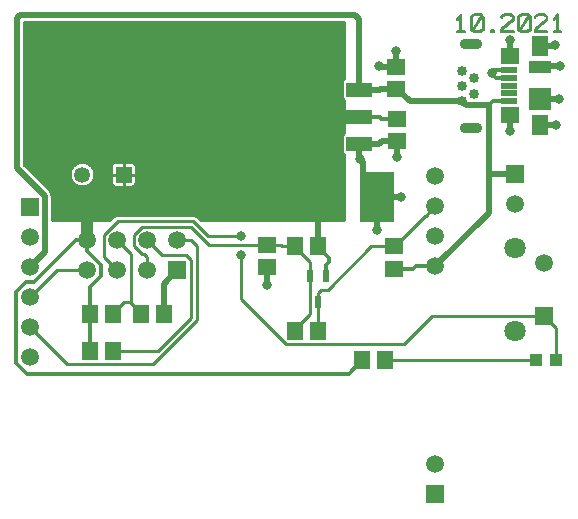
<source format=gbr>
*
G04 Job   : Z:\Rest\ESPto433\V2\PCB\V2.pcb*
G04 User  : DESKTOP-K7BKDL1:life*
G04 Layer : Layer1Top.gbr*
G04 Date  : Mon Oct 04 20:14:53 2021*
%ICAS*%
%MOIN*%
%FSLAX26Y26*%
%OFA0.0000B0.0000*%
G90*
G74*
%AMVB_RECTANGLE*
21,1,$1,$2,0,0,$3*
%
%ADD11C,0.00787*%
%ADD10C,0.00984*%
%ADD13C,0.01181*%
%ADD12C,0.01969*%
%ADD15C,0.03150*%
%ADD26C,0.03346*%
%ADD14C,0.03937*%
%ADD70C,0.05315*%
%ADD16C,0.05906*%
%ADD23C,0.07087*%
%ADD27O,0.07480X0.03543*%
%ADD19VB_RECTANGLE,0.05315X0.05315X180.00000*%
%ADD17VB_RECTANGLE,0.05906X0.05906X270.00000*%
%ADD28VB_RECTANGLE,0.01811X0.05394X90.00000*%
%ADD30VB_RECTANGLE,0.03898X0.07520X90.00000*%
%ADD71VB_RECTANGLE,0.03937X0.04331X90.00000*%
%ADD21VB_RECTANGLE,0.04331X0.01772X270.00000*%
%ADD25VB_RECTANGLE,0.04724X0.08661X90.00000*%
%ADD29VB_RECTANGLE,0.05591X0.06102X90.00000*%
%ADD22VB_RECTANGLE,0.05906X0.05118X180.00000*%
%ADD20VB_RECTANGLE,0.05906X0.05118X90.00000*%
%ADD72VB_RECTANGLE,0.06496X0.05079X90.00000*%
%ADD73VB_RECTANGLE,0.07087X0.07520X90.00000*%
%ADD18VB_RECTANGLE,0.11024X0.16535X0.00000*%
%ADD24VB_RECTANGLE,0.14173X0.08661X90.00000*%
G01*
G36*
X50521Y1912531D02*
G02X55442Y1917453I4921D01*
G01X213582*
Y1405511*
G03X250000Y1369093I36417*
X286416Y1405511J36417*
X250000Y1441928I36416*
X213582Y1405511J36417*
G01Y1917453*
X351377*
Y1378936*
G03X361220Y1369093I9842*
G01X414370*
G03X424212Y1378936J9842*
G01Y1432086*
G03X414370Y1441928I9842*
G01X361220*
G03X351377Y1432086J9842*
G01Y1917453*
X1125000*
G02X1129920Y1912531J4922*
G01Y1726517*
G02X1126640Y1721877I4920*
G03X1120078Y1712597I3280J9280*
G01Y1665353*
G03X1126640Y1656075I9842*
G02X1129920Y1651435I1640J4640*
G01Y1545415*
G02X1126640Y1540775I4920*
G03X1120078Y1531495I3280J9280*
G01Y1484251*
G03X1126640Y1474971I9842*
G02X1129920Y1470332I1640J4638*
G01Y1252952*
G02X1125000Y1248030I4920*
G01X644421*
G02X640941Y1249472J4922*
G01X629281Y1261132*
G03X618841Y1265456I10440J10440*
G01X367735*
G03X357295Y1261132J14763*
G01X345635Y1249472*
G02X342155Y1248030I3480J3480*
G01X148688*
G02X143767Y1252952J4922*
G01Y1334897*
G03X138001Y1348816I19685*
G01X51963Y1434855*
G02X50521Y1438335I3479J3480*
G01Y1912531*
G37*
G54D10*
X74870Y997216D02*
X164370Y1086716D01*
X266396*
X351540Y817720D02*
X500247D01*
X610687Y928161*
Y1122360*
X596330Y1136716*
X516396*
X466396Y1186716*
X366141Y1405511D02*
X346456D01*
X366396Y1186716D02*
X410908Y1142205D01*
Y980842*
X409800Y979735*
X387795Y1383857D02*
Y1364172D01*
Y1427165D02*
Y1446850D01*
X409448Y1405511D02*
X429133D01*
X409800Y979735D02*
X445830Y943705D01*
Y939767*
X409800Y979735D02*
X387570D01*
X351540Y943705*
Y939767*
X566396Y1186716D02*
X610687D01*
X630372Y1167031*
Y920007*
X483795Y773430*
X198656*
X74870Y897216*
X778735Y1137021D02*
Y989655D01*
X926856Y841535*
X1320466*
X1414955Y936023*
X1711736*
X1712720Y935038*
X1789370*
X778735Y1202151D02*
X667383D01*
X618841Y1250692*
X367735*
X322105Y1205062*
Y1131007*
X366396Y1086716*
X866141Y1171357D02*
X670337D01*
X610687Y1231007*
X448050*
X422105Y1205062*
Y1168370*
X448050Y1142425*
X454980*
X466396Y1131007*
Y1086716*
X958562Y1169290D02*
X915353D01*
X913286Y1171357*
X866141*
X1009842Y1066928D02*
Y941042D01*
X958562Y889763*
Y885826*
X1009842Y1066928D02*
Y1114075D01*
X958562Y1165353*
Y1169290*
X1033562Y885826D02*
Y942027D01*
X1035432Y943897*
Y980315*
X1257971Y787401D02*
X1761775D01*
X1287401Y1167420D02*
X1212906D01*
X1067112Y1021626*
X1044265*
X1035432Y1012795*
Y980315*
X1425658Y1299930D02*
X1394340Y1268610D01*
X1392528*
X1291338Y1167420*
X1287401*
X1828775Y787401D02*
Y821850D01*
X1829336Y822411*
Y895071*
X1789370Y935038*
G54D11*
X1499645Y1883306D02*
X1499172Y1883188D01*
X1498936Y1882952*
X1498760Y1882538*
X1498700Y1882066*
X1498760Y1881653*
X1498936Y1881240*
X1499172Y1880945*
X1499645Y1880885*
X1522676*
X1523090Y1880945*
X1523445Y1881240*
X1523621Y1881653*
X1523680Y1882066*
X1523621Y1882538*
X1523445Y1882952*
X1523090Y1883188*
X1522676Y1883306*
X1512282*
Y1938760*
X1512223Y1939172*
X1512046Y1939468*
X1511751Y1939645*
X1511338Y1939705*
X1511042Y1939763*
X1510747*
X1510511Y1939645*
X1510275Y1939408*
X1498760Y1923227*
X1498582Y1922815*
Y1922401*
X1498760Y1922046*
X1499055Y1921751*
X1499408Y1921515*
X1499822Y1921397*
X1500058*
X1500235Y1921456*
X1500530Y1921810*
X1509980Y1935038*
Y1883306*
X1499645*
X1545412Y1931613D02*
X1555335Y1939705D01*
X1555570Y1939763*
X1555747Y1939822*
X1555806Y1939881*
X1556042Y1939940*
X1575945*
X1576180Y1939881*
X1576240*
X1576298Y1939822*
X1576475Y1939763*
X1576712Y1939705*
X1586633Y1931613*
X1586810Y1931318*
X1586870Y1931082*
X1586987Y1930905*
X1587046Y1930668*
Y1890156*
X1586987Y1889980*
X1586870Y1889566*
X1586810Y1889448*
X1586633Y1889212*
X1576712Y1881121*
X1576475Y1881062*
X1576357Y1881003*
X1576240Y1880945*
X1576121Y1880885*
X1575945*
X1556042*
X1555806Y1880945*
X1555570Y1881003*
X1555335Y1881121*
X1545412Y1889212*
X1545295Y1889330*
X1545176Y1889390*
X1545058Y1889566*
X1544940Y1889980*
X1544881Y1890156*
Y1930668*
X1544940Y1930905*
X1545058Y1931082*
X1545176Y1931318*
X1545412Y1931613*
X1547302Y1930078D02*
Y1890747D01*
X1550786Y1887795*
X1579370Y1934390*
X1575471Y1937520*
X1556397*
X1547302Y1930078*
X1552676Y1886260D02*
X1556397Y1883306D01*
X1575471*
X1584685Y1890747*
Y1930078*
X1581200Y1932853*
X1552676Y1886260*
X1612205Y1888326D02*
Y1881890D01*
X1612263Y1881593*
X1612322Y1881416*
X1612440Y1881298*
X1612558Y1881240*
X1612795Y1880945*
X1613150Y1880885*
X1619645*
X1620000Y1880945*
X1620295Y1881240*
X1620590Y1881475*
X1620650Y1881890*
Y1888326*
X1620590Y1888740*
X1620295Y1888975*
X1620000Y1889271*
X1619645Y1889330*
X1613150*
X1612795Y1889271*
X1612558Y1888975*
X1612440Y1888916*
X1612322Y1888798*
X1612263Y1888562*
X1612205Y1888326*
X1614153Y1887381D02*
X1618700D01*
Y1882835*
X1614153*
Y1887381*
X1677932Y1939705D02*
X1687853Y1931613D01*
X1688030Y1931318*
X1688090Y1931082*
X1688208Y1930905*
X1688267Y1930668*
Y1922578*
X1688208Y1922342*
X1688090Y1921987*
X1688030Y1921692*
X1687853Y1921575*
X1648523Y1889625*
Y1883306*
X1687086*
X1687500Y1883188*
X1687853Y1882952*
X1688030Y1882538*
X1688090Y1882066*
X1688030Y1881653*
X1687853Y1881240*
X1687500Y1881003*
X1687086Y1880885*
X1647282*
X1646810Y1881003*
X1646515Y1881298*
X1646220Y1881593*
X1646101Y1882066*
Y1890156*
X1646160Y1890335*
X1646280Y1890747*
X1646397Y1890925*
X1646515Y1891042*
X1646633Y1891160*
X1685905Y1923168*
Y1930078*
X1676692Y1937520*
X1657617*
X1647991Y1929665*
X1647578Y1929546*
X1647165Y1929605*
X1646810Y1929782*
X1646575Y1930137*
X1646338Y1930491*
X1646280Y1930905*
Y1931141*
X1646338Y1931318*
X1646633Y1931613*
X1656555Y1939705*
X1656790Y1939763*
X1656968Y1939822*
X1657027Y1939881*
X1657263Y1939940*
X1677165*
X1677401Y1939881*
X1677460*
X1677520Y1939822*
X1677696Y1939763*
X1677932Y1939705*
X1702440Y1931613D02*
X1712361Y1939705D01*
X1712597Y1939763*
X1712775Y1939822*
X1712835Y1939881*
X1713070Y1939940*
X1732971*
X1733208Y1939881*
X1733267*
X1733326Y1939822*
X1733503Y1939763*
X1733740Y1939705*
X1743660Y1931613*
X1743838Y1931318*
X1743897Y1931082*
X1744015Y1930905*
X1744075Y1930668*
Y1890156*
X1744015Y1889980*
X1743897Y1889566*
X1743838Y1889448*
X1743660Y1889212*
X1733740Y1881121*
X1733503Y1881062*
X1733385Y1881003*
X1733267Y1880945*
X1733150Y1880885*
X1732971*
X1713070*
X1712835Y1880945*
X1712597Y1881003*
X1712361Y1881121*
X1702440Y1889212*
X1702322Y1889330*
X1702205Y1889390*
X1702086Y1889566*
X1701968Y1889980*
X1701908Y1890156*
Y1930668*
X1701968Y1930905*
X1702086Y1931082*
X1702205Y1931318*
X1702440Y1931613*
X1704330Y1930078D02*
Y1890747D01*
X1707815Y1887795*
X1736397Y1934390*
X1732500Y1937520*
X1713425*
X1704330Y1930078*
X1709705Y1886260D02*
X1713425Y1883306D01*
X1732500*
X1741712Y1890747*
Y1930078*
X1738227Y1932853*
X1709705Y1886260*
X1789546Y1939705D02*
X1799468Y1931613D01*
X1799645Y1931318*
X1799705Y1931082*
X1799822Y1930905*
X1799881Y1930668*
Y1922578*
X1799822Y1922342*
X1799705Y1921987*
X1799645Y1921692*
X1799468Y1921575*
X1760137Y1889625*
Y1883306*
X1798700*
X1799113Y1883188*
X1799468Y1882952*
X1799645Y1882538*
X1799705Y1882066*
X1799645Y1881653*
X1799468Y1881240*
X1799113Y1881003*
X1798700Y1880885*
X1758897*
X1758425Y1881003*
X1758130Y1881298*
X1757835Y1881593*
X1757716Y1882066*
Y1890156*
X1757775Y1890335*
X1757893Y1890747*
X1758011Y1890925*
X1758130Y1891042*
X1758247Y1891160*
X1797520Y1923168*
Y1930078*
X1788306Y1937520*
X1769231*
X1759605Y1929665*
X1759192Y1929546*
X1758780Y1929605*
X1758425Y1929782*
X1758188Y1930137*
X1757952Y1930491*
X1757893Y1930905*
Y1931141*
X1757952Y1931318*
X1758247Y1931613*
X1768168Y1939705*
X1768405Y1939763*
X1768582Y1939822*
X1768641Y1939881*
X1768877Y1939940*
X1788780*
X1789015Y1939881*
X1789075*
X1789133Y1939822*
X1789310Y1939763*
X1789546Y1939705*
X1822027Y1883306D02*
X1821555Y1883188D01*
X1821318Y1882952*
X1821141Y1882538*
X1821082Y1882066*
X1821141Y1881653*
X1821318Y1881240*
X1821555Y1880945*
X1822027Y1880885*
X1845058*
X1845471Y1880945*
X1845826Y1881240*
X1846003Y1881653*
X1846062Y1882066*
X1846003Y1882538*
X1845826Y1882952*
X1845471Y1883188*
X1845058Y1883306*
X1834665*
Y1938760*
X1834605Y1939172*
X1834428Y1939468*
X1834133Y1939645*
X1833720Y1939705*
X1833425Y1939763*
X1833130*
X1832893Y1939645*
X1832656Y1939408*
X1821141Y1923227*
X1820965Y1922815*
Y1922401*
X1821141Y1922046*
X1821436Y1921751*
X1821790Y1921515*
X1822205Y1921397*
X1822440*
X1822617Y1921456*
X1822912Y1921810*
X1832361Y1935038*
Y1883306*
X1822027*
G54D12*
X30836Y1428143D02*
X124082Y1334897D01*
X30836Y1927330D02*
X40645Y1937138D01*
X30836Y1927330D02*
Y1428143D01*
X40645Y1937138D02*
X692763D01*
X124082Y1334897D02*
Y1146428D01*
X74870Y1097216*
X566396Y1086716D02*
X520830Y1041150D01*
Y939767*
X692763Y1937138D02*
X1047892D01*
X866141Y1096357D02*
Y1037255D01*
X866417Y1036978*
X1033562Y1257547D02*
Y1169290D01*
X1047892Y1937138D02*
X1159308D01*
X1173227Y1923218*
Y1688975*
X1124273Y1595205D02*
X1127493Y1598425D01*
X1173227*
Y1507873D02*
X1238237D01*
X1247981Y1517617*
X1299212*
X1175293Y1458502D02*
X1174235D01*
X1175293D02*
X1173227Y1460568D01*
Y1507873*
X1184838Y1375983D02*
X1230113Y1330708D01*
X1184838Y1375983D02*
Y1344627D01*
X1198757Y1330708*
X1230113*
X1184838Y1403542D02*
Y1447900D01*
X1175293Y1457445*
Y1458502*
X1184838Y1403542D02*
Y1375983D01*
X1230051Y1222346D02*
X1230113Y1222408D01*
Y1330708*
Y1358267*
X1184838Y1403542*
X1295275Y1690845D02*
X1299212D01*
X1340272Y1649785*
X1515520*
X1295275Y1690845D02*
X1242076D01*
X1240206Y1688975*
X1173227*
X1295275Y1765845D02*
X1240300D01*
X1238212Y1767933*
X1295320Y1818316D02*
X1295275Y1818272D01*
Y1765845*
X1299478Y1465366D02*
X1299212Y1465632D01*
Y1517617*
X1311062Y1330266D02*
X1310620Y1330708D01*
X1230113*
X1515520Y1649785D02*
X1528722Y1636582D01*
X1603445*
Y1277715D02*
X1425658Y1099930D01*
X1603445Y1406215D02*
Y1277715D01*
Y1636582D02*
Y1406215D01*
X1673583Y1551093D02*
X1673416Y1551260D01*
Y1604822*
X1675695Y1854535D02*
X1673416Y1852256D01*
Y1800688*
X1692912Y1408267D02*
X1608807D01*
X1606755Y1406215*
X1603445*
X1826275Y1837031D02*
X1824872Y1835630D01*
X1774795*
X1828300Y1569825D02*
X1828243Y1569881D01*
X1774795*
X1838256Y1657508D02*
X1838227Y1657480D01*
X1774795*
X1840688Y1767750D02*
X1778788D01*
X1774795Y1763755*
G54D13*
X266396Y1186716D02*
X228400D01*
X88900Y1047216*
X60840*
X29595Y1015970*
Y778462*
X66507Y741548*
X1137120*
X1182971Y787401*
X276540Y939767D02*
Y817720D01*
Y939767D02*
Y1032830D01*
X311672Y1067962*
Y1105470*
X266396Y1150745*
Y1186716*
X1033562Y1169290D02*
Y1165353D01*
X1070288Y1128627*
Y1113595*
X1061023Y1104330*
Y1066928*
X1287401Y1092420D02*
X1352775D01*
X1360285Y1099930*
X1425658*
X1299212Y1592617D02*
X1246013D01*
X1240206Y1598425*
X1173227*
X1603445Y1636582D02*
X1618436Y1651575D01*
X1670070*
X1614058Y1744630D02*
Y1741641D01*
X1627353Y1728345*
X1670070*
X1614058Y1744630D02*
X1623365Y1753936D01*
X1670070*
G54D14*
X266396Y1260745D02*
Y1186716D01*
G54D15*
X778735Y1137021D03*
Y1202151D03*
X866417Y1036978D03*
X1174235Y1458502D03*
X1230051Y1222346D03*
X1238212Y1767933D03*
X1295320Y1818316D03*
X1299478Y1465366D03*
X1311062Y1330266D03*
X1614058Y1744630D03*
X1673583Y1551093D03*
X1675695Y1854535D03*
X1826275Y1837031D03*
X1828300Y1569825D03*
X1838256Y1657508D03*
X1840688Y1767750D03*
G54D16*
X74870Y797216D03*
Y897216D03*
Y997216D03*
Y1097216D03*
Y1197216D03*
X266396Y1086716D03*
Y1186716D03*
X366396Y1086716D03*
Y1186716D03*
X466396Y1086716D03*
Y1186716D03*
X566396D03*
X1425590Y440945D03*
X1425658Y1099930D03*
Y1199930D03*
Y1299930D03*
Y1399930D03*
X1692912Y1308267D03*
X1789370Y1112205D03*
G54D17*
X74870Y1297216D03*
X566396Y1086716D03*
X1425590Y340945D03*
X1692912Y1408267D03*
X1789370Y935038D03*
G54D18*
X943113Y1330708D03*
X1230113D03*
G54D19*
X387795Y1405511D03*
G54D20*
X276540Y817720D03*
Y939767D03*
X351540Y817720D03*
Y939767D03*
X445830D03*
X520830D03*
X958562Y885826D03*
Y1169290D03*
X1033562Y885826D03*
Y1169290D03*
X1182971Y787401D03*
X1257971D03*
G54D21*
X1009842Y1066928D03*
X1035432Y980315D03*
X1061023Y1066928D03*
G54D22*
X866141Y1096357D03*
Y1171357D03*
X1287401Y1092420D03*
Y1167420D03*
X1295275Y1690845D03*
Y1765845D03*
X1299212Y1517617D03*
Y1592617D03*
G54D23*
X1690945Y885826D03*
Y1161416D03*
G54D24*
X929133Y1598425D03*
G54D25*
X1173227Y1507873D03*
Y1598425D03*
Y1688975D03*
G54D26*
X1515520Y1649785D03*
Y1700967D03*
Y1752148D03*
X1554951Y1675488D03*
Y1726670D03*
G54D27*
X1546358Y1560137D03*
Y1841633D03*
G54D28*
X1670070Y1651575D03*
Y1677165D03*
Y1702755D03*
Y1728345D03*
Y1753936D03*
G54D29*
X1673416Y1604822D03*
Y1800688D03*
G54D30*
X1774795Y1763755D03*
G54D70*
X250000Y1405511D03*
G54D71*
X1761775Y787401D03*
X1828775D03*
G54D72*
X1774795Y1569881D03*
Y1835630D03*
G54D73*
Y1657480D03*
M02*

</source>
